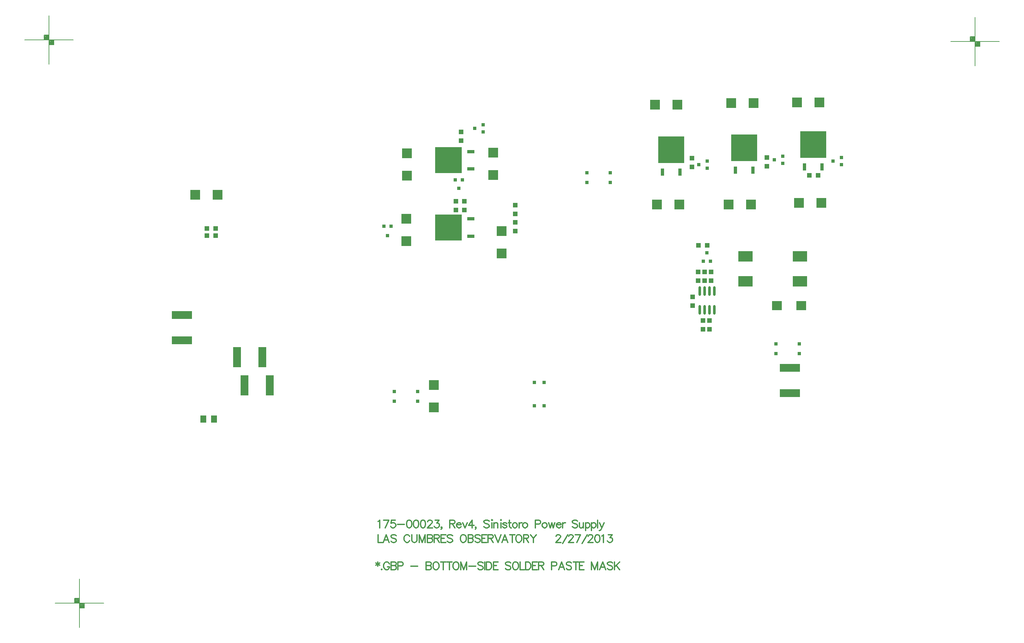
<source format=gbp>
%FSLAX23Y23*%
%MOIN*%
G70*
G01*
G75*
G04 Layer_Color=128*
%ADD10O,0.024X0.079*%
%ADD11R,0.050X0.050*%
%ADD12O,0.014X0.067*%
%ADD13R,0.059X0.039*%
%ADD14R,0.036X0.036*%
%ADD15R,0.209X0.079*%
%ADD16C,0.010*%
%ADD17C,0.025*%
%ADD18C,0.050*%
%ADD19C,0.020*%
%ADD20C,0.100*%
%ADD21C,0.007*%
%ADD22C,0.012*%
%ADD23C,0.008*%
%ADD24C,0.012*%
%ADD25C,0.012*%
%ADD26R,0.100X0.100*%
%ADD27C,0.100*%
%ADD28R,0.100X0.100*%
%ADD29C,0.020*%
%ADD30C,0.063*%
%ADD31R,0.063X0.063*%
%ADD32C,0.070*%
%ADD33C,0.110*%
%ADD34R,0.110X0.110*%
%ADD35C,0.079*%
%ADD36C,0.059*%
%ADD37C,0.080*%
%ADD38C,0.065*%
%ADD39R,0.059X0.059*%
%ADD40R,0.059X0.059*%
%ADD41C,0.120*%
%ADD42R,0.120X0.120*%
%ADD43R,0.079X0.079*%
%ADD44R,0.079X0.079*%
%ADD45C,0.197*%
%ADD46C,0.157*%
%ADD47C,0.024*%
%ADD48C,0.050*%
%ADD49C,0.040*%
%ADD50C,0.005*%
G04:AMPARAMS|DCode=51|XSize=120mil|YSize=120mil|CornerRadius=0mil|HoleSize=0mil|Usage=FLASHONLY|Rotation=0.000|XOffset=0mil|YOffset=0mil|HoleType=Round|Shape=Relief|Width=10mil|Gap=10mil|Entries=4|*
%AMTHD51*
7,0,0,0.120,0.100,0.010,45*
%
%ADD51THD51*%
%ADD52C,0.030*%
%ADD53C,0.059*%
%ADD54C,0.060*%
G04:AMPARAMS|DCode=55|XSize=100mil|YSize=100mil|CornerRadius=0mil|HoleSize=0mil|Usage=FLASHONLY|Rotation=0.000|XOffset=0mil|YOffset=0mil|HoleType=Round|Shape=Relief|Width=10mil|Gap=10mil|Entries=4|*
%AMTHD55*
7,0,0,0.100,0.080,0.010,45*
%
%ADD55THD55*%
%ADD56C,0.091*%
%ADD57C,0.067*%
%ADD58C,0.170*%
%ADD59C,0.072*%
G04:AMPARAMS|DCode=60|XSize=112mil|YSize=112mil|CornerRadius=0mil|HoleSize=0mil|Usage=FLASHONLY|Rotation=0.000|XOffset=0mil|YOffset=0mil|HoleType=Round|Shape=Relief|Width=10mil|Gap=10mil|Entries=4|*
%AMTHD60*
7,0,0,0.112,0.092,0.010,45*
%
%ADD60THD60*%
%ADD61C,0.059*%
%ADD62C,0.055*%
G04:AMPARAMS|DCode=63|XSize=95.433mil|YSize=95.433mil|CornerRadius=0mil|HoleSize=0mil|Usage=FLASHONLY|Rotation=0.000|XOffset=0mil|YOffset=0mil|HoleType=Round|Shape=Relief|Width=10mil|Gap=10mil|Entries=4|*
%AMTHD63*
7,0,0,0.095,0.075,0.010,45*
%
%ADD63THD63*%
%ADD64C,0.090*%
G04:AMPARAMS|DCode=65|XSize=107.244mil|YSize=107.244mil|CornerRadius=0mil|HoleSize=0mil|Usage=FLASHONLY|Rotation=0.000|XOffset=0mil|YOffset=0mil|HoleType=Round|Shape=Relief|Width=10mil|Gap=10mil|Entries=4|*
%AMTHD65*
7,0,0,0.107,0.087,0.010,45*
%
%ADD65THD65*%
%ADD66C,0.145*%
%ADD67C,0.186*%
G04:AMPARAMS|DCode=68|XSize=70mil|YSize=70mil|CornerRadius=0mil|HoleSize=0mil|Usage=FLASHONLY|Rotation=0.000|XOffset=0mil|YOffset=0mil|HoleType=Round|Shape=Relief|Width=10mil|Gap=10mil|Entries=4|*
%AMTHD68*
7,0,0,0.070,0.050,0.010,45*
%
%ADD68THD68*%
%ADD69C,0.048*%
G04:AMPARAMS|DCode=70|XSize=88mil|YSize=88mil|CornerRadius=0mil|HoleSize=0mil|Usage=FLASHONLY|Rotation=0.000|XOffset=0mil|YOffset=0mil|HoleType=Round|Shape=Relief|Width=10mil|Gap=10mil|Entries=4|*
%AMTHD70*
7,0,0,0.088,0.068,0.010,45*
%
%ADD70THD70*%
%ADD71C,0.008*%
G04:AMPARAMS|DCode=72|XSize=99.37mil|YSize=99.37mil|CornerRadius=0mil|HoleSize=0mil|Usage=FLASHONLY|Rotation=0.000|XOffset=0mil|YOffset=0mil|HoleType=Round|Shape=Relief|Width=10mil|Gap=10mil|Entries=4|*
%AMTHD72*
7,0,0,0.099,0.079,0.010,45*
%
%ADD72THD72*%
%ADD73R,0.268X0.272*%
%ADD74R,0.037X0.075*%
%ADD75R,0.035X0.037*%
%ADD76R,0.035X0.037*%
%ADD77R,0.102X0.094*%
%ADD78R,0.063X0.075*%
%ADD79O,0.028X0.098*%
%ADD80R,0.036X0.032*%
%ADD81R,0.150X0.106*%
%ADD82R,0.050X0.050*%
%ADD83R,0.036X0.036*%
%ADD84R,0.272X0.268*%
%ADD85R,0.075X0.037*%
%ADD86R,0.032X0.036*%
%ADD87R,0.079X0.209*%
%ADD88C,0.010*%
%ADD89C,0.010*%
%ADD90C,0.024*%
%ADD91C,0.020*%
%ADD92C,0.030*%
%ADD93C,0.015*%
%ADD94C,0.007*%
%ADD95C,0.006*%
%ADD96C,0.012*%
%ADD97C,0.006*%
%ADD98R,0.043X0.008*%
%ADD99R,0.257X0.184*%
%ADD100O,0.028X0.083*%
%ADD101R,0.054X0.054*%
%ADD102O,0.018X0.071*%
%ADD103R,0.063X0.043*%
%ADD104R,0.040X0.040*%
%ADD105R,0.213X0.083*%
%ADD106R,0.104X0.104*%
%ADD107C,0.104*%
%ADD108R,0.104X0.104*%
%ADD109C,0.067*%
%ADD110R,0.067X0.067*%
%ADD111C,0.074*%
%ADD112C,0.114*%
%ADD113R,0.114X0.114*%
%ADD114C,0.083*%
%ADD115C,0.063*%
%ADD116C,0.084*%
%ADD117C,0.069*%
%ADD118R,0.063X0.063*%
%ADD119R,0.063X0.063*%
%ADD120C,0.124*%
%ADD121R,0.124X0.124*%
%ADD122R,0.083X0.083*%
%ADD123R,0.083X0.083*%
%ADD124C,0.190*%
%ADD125C,0.161*%
%ADD126C,0.028*%
%ADD127C,0.054*%
%ADD128R,0.332X0.120*%
%ADD129R,1.912X0.311*%
%ADD130R,0.272X0.276*%
%ADD131R,0.041X0.079*%
%ADD132R,0.039X0.041*%
%ADD133R,0.039X0.041*%
%ADD134R,0.106X0.098*%
%ADD135R,0.067X0.079*%
%ADD136O,0.032X0.102*%
%ADD137R,0.040X0.036*%
%ADD138R,0.154X0.110*%
%ADD139R,0.054X0.054*%
%ADD140R,0.040X0.040*%
%ADD141R,0.276X0.272*%
%ADD142R,0.079X0.041*%
%ADD143R,0.036X0.040*%
%ADD144R,0.083X0.213*%
D11*
X21370Y18170D02*
D03*
Y18080D02*
D03*
X20847Y18208D02*
D03*
Y18118D02*
D03*
X21369Y17992D02*
D03*
Y17902D02*
D03*
X20759Y18119D02*
D03*
Y18209D02*
D03*
X23250Y17392D02*
D03*
Y17482D02*
D03*
X23383Y17481D02*
D03*
Y17391D02*
D03*
X20813Y18833D02*
D03*
Y18923D02*
D03*
X23956Y18568D02*
D03*
Y18658D02*
D03*
X23185Y18561D02*
D03*
Y18651D02*
D03*
X23191Y17225D02*
D03*
Y17135D02*
D03*
X23316Y17392D02*
D03*
Y17482D02*
D03*
X23300Y16981D02*
D03*
Y16891D02*
D03*
X23367D02*
D03*
Y16981D02*
D03*
D14*
X24118Y18672D02*
D03*
X24032Y18635D02*
D03*
X24118Y18598D02*
D03*
X23342Y18548D02*
D03*
X23256Y18585D02*
D03*
X23342Y18622D02*
D03*
X21038Y18923D02*
D03*
X20952Y18960D02*
D03*
X21038Y18997D02*
D03*
X24723Y18659D02*
D03*
X24637Y18622D02*
D03*
X24723Y18585D02*
D03*
D15*
X24191Y16497D02*
D03*
Y16237D02*
D03*
X17943Y17038D02*
D03*
Y16778D02*
D03*
D23*
X26066Y19877D02*
X26076D01*
X26066Y19872D02*
Y19882D01*
Y19872D02*
X26076D01*
Y19882D01*
X26066D02*
X26076D01*
X26061Y19867D02*
Y19882D01*
Y19867D02*
X26081D01*
Y19887D01*
X26061D02*
X26081D01*
X26056Y19862D02*
Y19887D01*
Y19862D02*
X26086D01*
Y19892D01*
X26056D02*
X26086D01*
X26051Y19857D02*
Y19897D01*
Y19857D02*
X26091D01*
Y19897D01*
X26051D02*
X26091D01*
X26116Y19827D02*
X26126D01*
X26116Y19822D02*
Y19832D01*
Y19822D02*
X26126D01*
Y19832D01*
X26116D02*
X26126D01*
X26111Y19817D02*
Y19832D01*
Y19817D02*
X26131D01*
Y19837D01*
X26111D02*
X26131D01*
X26106Y19812D02*
Y19837D01*
Y19812D02*
X26136D01*
Y19842D01*
X26106D02*
X26136D01*
X26101Y19807D02*
Y19847D01*
Y19807D02*
X26141D01*
Y19847D01*
X26101D02*
X26141D01*
X26096Y19802D02*
X26146D01*
Y19852D01*
X26046Y19902D02*
X26096D01*
X26046Y19852D02*
Y19902D01*
X26096Y19602D02*
Y20102D01*
X25846Y19852D02*
X26346D01*
X16547Y19893D02*
X16557D01*
X16547Y19888D02*
Y19898D01*
Y19888D02*
X16557D01*
Y19898D01*
X16547D02*
X16557D01*
X16542Y19883D02*
Y19898D01*
Y19883D02*
X16562D01*
Y19903D01*
X16542D02*
X16562D01*
X16537Y19878D02*
Y19903D01*
Y19878D02*
X16567D01*
Y19908D01*
X16537D02*
X16567D01*
X16532Y19873D02*
Y19913D01*
Y19873D02*
X16572D01*
Y19913D01*
X16532D02*
X16572D01*
X16597Y19843D02*
X16607D01*
X16597Y19838D02*
Y19848D01*
Y19838D02*
X16607D01*
Y19848D01*
X16597D02*
X16607D01*
X16592Y19833D02*
Y19848D01*
Y19833D02*
X16612D01*
Y19853D01*
X16592D02*
X16612D01*
X16587Y19828D02*
Y19853D01*
Y19828D02*
X16617D01*
Y19858D01*
X16587D02*
X16617D01*
X16582Y19823D02*
Y19863D01*
Y19823D02*
X16622D01*
Y19863D01*
X16582D02*
X16622D01*
X16577Y19818D02*
X16627D01*
Y19868D01*
X16527Y19918D02*
X16577D01*
X16527Y19868D02*
Y19918D01*
X16577Y19618D02*
Y20118D01*
X16327Y19868D02*
X16827D01*
X16860Y14102D02*
X16870D01*
X16860Y14097D02*
Y14107D01*
Y14097D02*
X16870D01*
Y14107D01*
X16860D02*
X16870D01*
X16855Y14092D02*
Y14107D01*
Y14092D02*
X16875D01*
Y14112D01*
X16855D02*
X16875D01*
X16850Y14087D02*
Y14112D01*
Y14087D02*
X16880D01*
Y14117D01*
X16850D02*
X16880D01*
X16845Y14082D02*
Y14122D01*
Y14082D02*
X16885D01*
Y14122D01*
X16845D02*
X16885D01*
X16910Y14052D02*
X16920D01*
X16910Y14047D02*
Y14057D01*
Y14047D02*
X16920D01*
Y14057D01*
X16910D02*
X16920D01*
X16905Y14042D02*
Y14057D01*
Y14042D02*
X16925D01*
Y14062D01*
X16905D02*
X16925D01*
X16900Y14037D02*
Y14062D01*
Y14037D02*
X16930D01*
Y14067D01*
X16900D02*
X16930D01*
X16895Y14032D02*
Y14072D01*
Y14032D02*
X16935D01*
Y14072D01*
X16895D02*
X16935D01*
X16890Y14027D02*
X16940D01*
Y14077D01*
X16840Y14127D02*
X16890D01*
X16840Y14077D02*
Y14127D01*
X16890Y13827D02*
Y14327D01*
X16640Y14077D02*
X17140D01*
D24*
X19958Y14780D02*
Y14700D01*
X20004D01*
X20073D02*
X20043Y14780D01*
X20013Y14700D01*
X20024Y14727D02*
X20062D01*
X20145Y14769D02*
X20138Y14776D01*
X20126Y14780D01*
X20111D01*
X20100Y14776D01*
X20092Y14769D01*
Y14761D01*
X20096Y14753D01*
X20100Y14750D01*
X20107Y14746D01*
X20130Y14738D01*
X20138Y14734D01*
X20142Y14731D01*
X20145Y14723D01*
Y14711D01*
X20138Y14704D01*
X20126Y14700D01*
X20111D01*
X20100Y14704D01*
X20092Y14711D01*
X20283Y14761D02*
X20280Y14769D01*
X20272Y14776D01*
X20264Y14780D01*
X20249D01*
X20241Y14776D01*
X20234Y14769D01*
X20230Y14761D01*
X20226Y14750D01*
Y14731D01*
X20230Y14719D01*
X20234Y14711D01*
X20241Y14704D01*
X20249Y14700D01*
X20264D01*
X20272Y14704D01*
X20280Y14711D01*
X20283Y14719D01*
X20306Y14780D02*
Y14723D01*
X20310Y14711D01*
X20317Y14704D01*
X20329Y14700D01*
X20336D01*
X20348Y14704D01*
X20355Y14711D01*
X20359Y14723D01*
Y14780D01*
X20381D02*
Y14700D01*
Y14780D02*
X20412Y14700D01*
X20442Y14780D02*
X20412Y14700D01*
X20442Y14780D02*
Y14700D01*
X20465Y14780D02*
Y14700D01*
Y14780D02*
X20499D01*
X20511Y14776D01*
X20515Y14772D01*
X20518Y14765D01*
Y14757D01*
X20515Y14750D01*
X20511Y14746D01*
X20499Y14742D01*
X20465D02*
X20499D01*
X20511Y14738D01*
X20515Y14734D01*
X20518Y14727D01*
Y14715D01*
X20515Y14708D01*
X20511Y14704D01*
X20499Y14700D01*
X20465D01*
X20536Y14780D02*
Y14700D01*
Y14780D02*
X20570D01*
X20582Y14776D01*
X20586Y14772D01*
X20590Y14765D01*
Y14757D01*
X20586Y14750D01*
X20582Y14746D01*
X20570Y14742D01*
X20536D01*
X20563D02*
X20590Y14700D01*
X20657Y14780D02*
X20607D01*
Y14700D01*
X20657D01*
X20607Y14742D02*
X20638D01*
X20724Y14769D02*
X20716Y14776D01*
X20705Y14780D01*
X20689D01*
X20678Y14776D01*
X20670Y14769D01*
Y14761D01*
X20674Y14753D01*
X20678Y14750D01*
X20686Y14746D01*
X20708Y14738D01*
X20716Y14734D01*
X20720Y14731D01*
X20724Y14723D01*
Y14711D01*
X20716Y14704D01*
X20705Y14700D01*
X20689D01*
X20678Y14704D01*
X20670Y14711D01*
X20827Y14780D02*
X20820Y14776D01*
X20812Y14769D01*
X20808Y14761D01*
X20804Y14750D01*
Y14731D01*
X20808Y14719D01*
X20812Y14711D01*
X20820Y14704D01*
X20827Y14700D01*
X20842D01*
X20850Y14704D01*
X20858Y14711D01*
X20861Y14719D01*
X20865Y14731D01*
Y14750D01*
X20861Y14761D01*
X20858Y14769D01*
X20850Y14776D01*
X20842Y14780D01*
X20827D01*
X20884D02*
Y14700D01*
Y14780D02*
X20918D01*
X20930Y14776D01*
X20933Y14772D01*
X20937Y14765D01*
Y14757D01*
X20933Y14750D01*
X20930Y14746D01*
X20918Y14742D01*
X20884D02*
X20918D01*
X20930Y14738D01*
X20933Y14734D01*
X20937Y14727D01*
Y14715D01*
X20933Y14708D01*
X20930Y14704D01*
X20918Y14700D01*
X20884D01*
X21008Y14769D02*
X21001Y14776D01*
X20989Y14780D01*
X20974D01*
X20963Y14776D01*
X20955Y14769D01*
Y14761D01*
X20959Y14753D01*
X20963Y14750D01*
X20970Y14746D01*
X20993Y14738D01*
X21001Y14734D01*
X21005Y14731D01*
X21008Y14723D01*
Y14711D01*
X21001Y14704D01*
X20989Y14700D01*
X20974D01*
X20963Y14704D01*
X20955Y14711D01*
X21076Y14780D02*
X21026D01*
Y14700D01*
X21076D01*
X21026Y14742D02*
X21057D01*
X21089Y14780D02*
Y14700D01*
Y14780D02*
X21124D01*
X21135Y14776D01*
X21139Y14772D01*
X21143Y14765D01*
Y14757D01*
X21139Y14750D01*
X21135Y14746D01*
X21124Y14742D01*
X21089D01*
X21116D02*
X21143Y14700D01*
X21160Y14780D02*
X21191Y14700D01*
X21221Y14780D02*
X21191Y14700D01*
X21293D02*
X21262Y14780D01*
X21232Y14700D01*
X21243Y14727D02*
X21281D01*
X21338Y14780D02*
Y14700D01*
X21311Y14780D02*
X21365D01*
X21397D02*
X21389Y14776D01*
X21382Y14769D01*
X21378Y14761D01*
X21374Y14750D01*
Y14731D01*
X21378Y14719D01*
X21382Y14711D01*
X21389Y14704D01*
X21397Y14700D01*
X21412D01*
X21420Y14704D01*
X21427Y14711D01*
X21431Y14719D01*
X21435Y14731D01*
Y14750D01*
X21431Y14761D01*
X21427Y14769D01*
X21420Y14776D01*
X21412Y14780D01*
X21397D01*
X21454D02*
Y14700D01*
Y14780D02*
X21488D01*
X21499Y14776D01*
X21503Y14772D01*
X21507Y14765D01*
Y14757D01*
X21503Y14750D01*
X21499Y14746D01*
X21488Y14742D01*
X21454D01*
X21480D02*
X21507Y14700D01*
X21525Y14780D02*
X21555Y14742D01*
Y14700D01*
X21586Y14780D02*
X21555Y14742D01*
X21789Y14761D02*
Y14765D01*
X21792Y14772D01*
X21796Y14776D01*
X21804Y14780D01*
X21819D01*
X21827Y14776D01*
X21830Y14772D01*
X21834Y14765D01*
Y14757D01*
X21830Y14750D01*
X21823Y14738D01*
X21785Y14700D01*
X21838D01*
X21856Y14689D02*
X21909Y14780D01*
X21918Y14761D02*
Y14765D01*
X21922Y14772D01*
X21926Y14776D01*
X21934Y14780D01*
X21949D01*
X21956Y14776D01*
X21960Y14772D01*
X21964Y14765D01*
Y14757D01*
X21960Y14750D01*
X21953Y14738D01*
X21915Y14700D01*
X21968D01*
X22039Y14780D02*
X22001Y14700D01*
X21986Y14780D02*
X22039D01*
X22057Y14689D02*
X22110Y14780D01*
X22119Y14761D02*
Y14765D01*
X22123Y14772D01*
X22127Y14776D01*
X22135Y14780D01*
X22150D01*
X22158Y14776D01*
X22161Y14772D01*
X22165Y14765D01*
Y14757D01*
X22161Y14750D01*
X22154Y14738D01*
X22116Y14700D01*
X22169D01*
X22210Y14780D02*
X22198Y14776D01*
X22191Y14765D01*
X22187Y14746D01*
Y14734D01*
X22191Y14715D01*
X22198Y14704D01*
X22210Y14700D01*
X22217D01*
X22229Y14704D01*
X22236Y14715D01*
X22240Y14734D01*
Y14746D01*
X22236Y14765D01*
X22229Y14776D01*
X22217Y14780D01*
X22210D01*
X22258Y14765D02*
X22266Y14769D01*
X22277Y14780D01*
Y14700D01*
X22324Y14780D02*
X22366D01*
X22343Y14750D01*
X22355D01*
X22362Y14746D01*
X22366Y14742D01*
X22370Y14731D01*
Y14723D01*
X22366Y14711D01*
X22359Y14704D01*
X22347Y14700D01*
X22336D01*
X22324Y14704D01*
X22321Y14708D01*
X22317Y14715D01*
D25*
X19956Y14499D02*
Y14454D01*
X19937Y14488D02*
X19975Y14465D01*
Y14488D02*
X19937Y14465D01*
X19995Y14427D02*
X19991Y14423D01*
X19995Y14419D01*
X19999Y14423D01*
X19995Y14427D01*
X20074Y14480D02*
X20070Y14488D01*
X20062Y14496D01*
X20055Y14499D01*
X20039D01*
X20032Y14496D01*
X20024Y14488D01*
X20020Y14480D01*
X20017Y14469D01*
Y14450D01*
X20020Y14439D01*
X20024Y14431D01*
X20032Y14423D01*
X20039Y14419D01*
X20055D01*
X20062Y14423D01*
X20070Y14431D01*
X20074Y14439D01*
Y14450D01*
X20055D02*
X20074D01*
X20092Y14499D02*
Y14419D01*
Y14499D02*
X20126D01*
X20138Y14496D01*
X20142Y14492D01*
X20145Y14484D01*
Y14477D01*
X20142Y14469D01*
X20138Y14465D01*
X20126Y14461D01*
X20092D02*
X20126D01*
X20138Y14458D01*
X20142Y14454D01*
X20145Y14446D01*
Y14435D01*
X20142Y14427D01*
X20138Y14423D01*
X20126Y14419D01*
X20092D01*
X20163Y14458D02*
X20198D01*
X20209Y14461D01*
X20213Y14465D01*
X20217Y14473D01*
Y14484D01*
X20213Y14492D01*
X20209Y14496D01*
X20198Y14499D01*
X20163D01*
Y14419D01*
X20297Y14454D02*
X20366D01*
X20452Y14499D02*
Y14419D01*
Y14499D02*
X20487D01*
X20498Y14496D01*
X20502Y14492D01*
X20506Y14484D01*
Y14477D01*
X20502Y14469D01*
X20498Y14465D01*
X20487Y14461D01*
X20452D02*
X20487D01*
X20498Y14458D01*
X20502Y14454D01*
X20506Y14446D01*
Y14435D01*
X20502Y14427D01*
X20498Y14423D01*
X20487Y14419D01*
X20452D01*
X20546Y14499D02*
X20539Y14496D01*
X20531Y14488D01*
X20527Y14480D01*
X20524Y14469D01*
Y14450D01*
X20527Y14439D01*
X20531Y14431D01*
X20539Y14423D01*
X20546Y14419D01*
X20562D01*
X20569Y14423D01*
X20577Y14431D01*
X20581Y14439D01*
X20584Y14450D01*
Y14469D01*
X20581Y14480D01*
X20577Y14488D01*
X20569Y14496D01*
X20562Y14499D01*
X20546D01*
X20630D02*
Y14419D01*
X20603Y14499D02*
X20656D01*
X20693D02*
Y14419D01*
X20666Y14499D02*
X20719D01*
X20752D02*
X20744Y14496D01*
X20736Y14488D01*
X20733Y14480D01*
X20729Y14469D01*
Y14450D01*
X20733Y14439D01*
X20736Y14431D01*
X20744Y14423D01*
X20752Y14419D01*
X20767D01*
X20775Y14423D01*
X20782Y14431D01*
X20786Y14439D01*
X20790Y14450D01*
Y14469D01*
X20786Y14480D01*
X20782Y14488D01*
X20775Y14496D01*
X20767Y14499D01*
X20752D01*
X20808D02*
Y14419D01*
Y14499D02*
X20839Y14419D01*
X20869Y14499D02*
X20839Y14419D01*
X20869Y14499D02*
Y14419D01*
X20892Y14454D02*
X20961D01*
X21038Y14488D02*
X21030Y14496D01*
X21019Y14499D01*
X21003D01*
X20992Y14496D01*
X20984Y14488D01*
Y14480D01*
X20988Y14473D01*
X20992Y14469D01*
X21000Y14465D01*
X21022Y14458D01*
X21030Y14454D01*
X21034Y14450D01*
X21038Y14442D01*
Y14431D01*
X21030Y14423D01*
X21019Y14419D01*
X21003D01*
X20992Y14423D01*
X20984Y14431D01*
X21056Y14499D02*
Y14419D01*
X21072Y14499D02*
Y14419D01*
Y14499D02*
X21099D01*
X21110Y14496D01*
X21118Y14488D01*
X21122Y14480D01*
X21126Y14469D01*
Y14450D01*
X21122Y14439D01*
X21118Y14431D01*
X21110Y14423D01*
X21099Y14419D01*
X21072D01*
X21193Y14499D02*
X21144D01*
Y14419D01*
X21193D01*
X21144Y14461D02*
X21174D01*
X21323Y14488D02*
X21315Y14496D01*
X21304Y14499D01*
X21288D01*
X21277Y14496D01*
X21269Y14488D01*
Y14480D01*
X21273Y14473D01*
X21277Y14469D01*
X21285Y14465D01*
X21307Y14458D01*
X21315Y14454D01*
X21319Y14450D01*
X21323Y14442D01*
Y14431D01*
X21315Y14423D01*
X21304Y14419D01*
X21288D01*
X21277Y14423D01*
X21269Y14431D01*
X21363Y14499D02*
X21356Y14496D01*
X21348Y14488D01*
X21344Y14480D01*
X21341Y14469D01*
Y14450D01*
X21344Y14439D01*
X21348Y14431D01*
X21356Y14423D01*
X21363Y14419D01*
X21379D01*
X21386Y14423D01*
X21394Y14431D01*
X21398Y14439D01*
X21401Y14450D01*
Y14469D01*
X21398Y14480D01*
X21394Y14488D01*
X21386Y14496D01*
X21379Y14499D01*
X21363D01*
X21420D02*
Y14419D01*
X21466D01*
X21475Y14499D02*
Y14419D01*
Y14499D02*
X21501D01*
X21513Y14496D01*
X21520Y14488D01*
X21524Y14480D01*
X21528Y14469D01*
Y14450D01*
X21524Y14439D01*
X21520Y14431D01*
X21513Y14423D01*
X21501Y14419D01*
X21475D01*
X21595Y14499D02*
X21546D01*
Y14419D01*
X21595D01*
X21546Y14461D02*
X21576D01*
X21609Y14499D02*
Y14419D01*
Y14499D02*
X21643D01*
X21654Y14496D01*
X21658Y14492D01*
X21662Y14484D01*
Y14477D01*
X21658Y14469D01*
X21654Y14465D01*
X21643Y14461D01*
X21609D01*
X21635D02*
X21662Y14419D01*
X21743Y14458D02*
X21777D01*
X21788Y14461D01*
X21792Y14465D01*
X21796Y14473D01*
Y14484D01*
X21792Y14492D01*
X21788Y14496D01*
X21777Y14499D01*
X21743D01*
Y14419D01*
X21875D02*
X21844Y14499D01*
X21814Y14419D01*
X21825Y14446D02*
X21863D01*
X21947Y14488D02*
X21939Y14496D01*
X21928Y14499D01*
X21913D01*
X21901Y14496D01*
X21894Y14488D01*
Y14480D01*
X21897Y14473D01*
X21901Y14469D01*
X21909Y14465D01*
X21932Y14458D01*
X21939Y14454D01*
X21943Y14450D01*
X21947Y14442D01*
Y14431D01*
X21939Y14423D01*
X21928Y14419D01*
X21913D01*
X21901Y14423D01*
X21894Y14431D01*
X21991Y14499D02*
Y14419D01*
X21965Y14499D02*
X22018D01*
X22077D02*
X22028D01*
Y14419D01*
X22077D01*
X22028Y14461D02*
X22058D01*
X22153Y14499D02*
Y14419D01*
Y14499D02*
X22184Y14419D01*
X22214Y14499D02*
X22184Y14419D01*
X22214Y14499D02*
Y14419D01*
X22298D02*
X22268Y14499D01*
X22237Y14419D01*
X22249Y14446D02*
X22287D01*
X22370Y14488D02*
X22362Y14496D01*
X22351Y14499D01*
X22336D01*
X22324Y14496D01*
X22317Y14488D01*
Y14480D01*
X22321Y14473D01*
X22324Y14469D01*
X22332Y14465D01*
X22355Y14458D01*
X22362Y14454D01*
X22366Y14450D01*
X22370Y14442D01*
Y14431D01*
X22362Y14423D01*
X22351Y14419D01*
X22336D01*
X22324Y14423D01*
X22317Y14431D01*
X22388Y14499D02*
Y14419D01*
X22441Y14499D02*
X22388Y14446D01*
X22407Y14465D02*
X22441Y14419D01*
X19958Y14915D02*
X19966Y14919D01*
X19977Y14930D01*
Y14850D01*
X20070Y14930D02*
X20032Y14850D01*
X20017Y14930D02*
X20070D01*
X20134D02*
X20096D01*
X20092Y14896D01*
X20096Y14900D01*
X20107Y14903D01*
X20118D01*
X20130Y14900D01*
X20137Y14892D01*
X20141Y14881D01*
Y14873D01*
X20137Y14861D01*
X20130Y14854D01*
X20118Y14850D01*
X20107D01*
X20096Y14854D01*
X20092Y14858D01*
X20088Y14865D01*
X20159Y14884D02*
X20228D01*
X20274Y14930D02*
X20263Y14926D01*
X20255Y14915D01*
X20251Y14896D01*
Y14884D01*
X20255Y14865D01*
X20263Y14854D01*
X20274Y14850D01*
X20282D01*
X20293Y14854D01*
X20301Y14865D01*
X20305Y14884D01*
Y14896D01*
X20301Y14915D01*
X20293Y14926D01*
X20282Y14930D01*
X20274D01*
X20345D02*
X20334Y14926D01*
X20326Y14915D01*
X20323Y14896D01*
Y14884D01*
X20326Y14865D01*
X20334Y14854D01*
X20345Y14850D01*
X20353D01*
X20364Y14854D01*
X20372Y14865D01*
X20376Y14884D01*
Y14896D01*
X20372Y14915D01*
X20364Y14926D01*
X20353Y14930D01*
X20345D01*
X20417D02*
X20405Y14926D01*
X20398Y14915D01*
X20394Y14896D01*
Y14884D01*
X20398Y14865D01*
X20405Y14854D01*
X20417Y14850D01*
X20424D01*
X20436Y14854D01*
X20443Y14865D01*
X20447Y14884D01*
Y14896D01*
X20443Y14915D01*
X20436Y14926D01*
X20424Y14930D01*
X20417D01*
X20469Y14911D02*
Y14915D01*
X20473Y14922D01*
X20476Y14926D01*
X20484Y14930D01*
X20499D01*
X20507Y14926D01*
X20511Y14922D01*
X20515Y14915D01*
Y14907D01*
X20511Y14900D01*
X20503Y14888D01*
X20465Y14850D01*
X20518D01*
X20544Y14930D02*
X20586D01*
X20563Y14900D01*
X20574D01*
X20582Y14896D01*
X20586Y14892D01*
X20590Y14881D01*
Y14873D01*
X20586Y14861D01*
X20578Y14854D01*
X20567Y14850D01*
X20555D01*
X20544Y14854D01*
X20540Y14858D01*
X20536Y14865D01*
X20615Y14854D02*
X20611Y14850D01*
X20607Y14854D01*
X20611Y14858D01*
X20615Y14854D01*
Y14846D01*
X20611Y14839D01*
X20607Y14835D01*
X20695Y14930D02*
Y14850D01*
Y14930D02*
X20730D01*
X20741Y14926D01*
X20745Y14922D01*
X20749Y14915D01*
Y14907D01*
X20745Y14900D01*
X20741Y14896D01*
X20730Y14892D01*
X20695D01*
X20722D02*
X20749Y14850D01*
X20767Y14881D02*
X20812D01*
Y14888D01*
X20809Y14896D01*
X20805Y14900D01*
X20797Y14903D01*
X20786D01*
X20778Y14900D01*
X20770Y14892D01*
X20767Y14881D01*
Y14873D01*
X20770Y14861D01*
X20778Y14854D01*
X20786Y14850D01*
X20797D01*
X20805Y14854D01*
X20812Y14861D01*
X20829Y14903D02*
X20852Y14850D01*
X20875Y14903D02*
X20852Y14850D01*
X20926Y14930D02*
X20888Y14877D01*
X20945D01*
X20926Y14930D02*
Y14850D01*
X20967Y14854D02*
X20963Y14850D01*
X20959Y14854D01*
X20963Y14858D01*
X20967Y14854D01*
Y14846D01*
X20963Y14839D01*
X20959Y14835D01*
X21101Y14919D02*
X21093Y14926D01*
X21082Y14930D01*
X21066D01*
X21055Y14926D01*
X21047Y14919D01*
Y14911D01*
X21051Y14903D01*
X21055Y14900D01*
X21063Y14896D01*
X21085Y14888D01*
X21093Y14884D01*
X21097Y14881D01*
X21101Y14873D01*
Y14861D01*
X21093Y14854D01*
X21082Y14850D01*
X21066D01*
X21055Y14854D01*
X21047Y14861D01*
X21126Y14930D02*
X21130Y14926D01*
X21134Y14930D01*
X21130Y14934D01*
X21126Y14930D01*
X21130Y14903D02*
Y14850D01*
X21148Y14903D02*
Y14850D01*
Y14888D02*
X21159Y14900D01*
X21167Y14903D01*
X21178D01*
X21186Y14900D01*
X21190Y14888D01*
Y14850D01*
X21218Y14930D02*
X21222Y14926D01*
X21226Y14930D01*
X21222Y14934D01*
X21218Y14930D01*
X21222Y14903D02*
Y14850D01*
X21282Y14892D02*
X21278Y14900D01*
X21267Y14903D01*
X21255D01*
X21244Y14900D01*
X21240Y14892D01*
X21244Y14884D01*
X21251Y14881D01*
X21271Y14877D01*
X21278Y14873D01*
X21282Y14865D01*
Y14861D01*
X21278Y14854D01*
X21267Y14850D01*
X21255D01*
X21244Y14854D01*
X21240Y14861D01*
X21310Y14930D02*
Y14865D01*
X21314Y14854D01*
X21322Y14850D01*
X21329D01*
X21299Y14903D02*
X21325D01*
X21360D02*
X21352Y14900D01*
X21344Y14892D01*
X21341Y14881D01*
Y14873D01*
X21344Y14861D01*
X21352Y14854D01*
X21360Y14850D01*
X21371D01*
X21379Y14854D01*
X21386Y14861D01*
X21390Y14873D01*
Y14881D01*
X21386Y14892D01*
X21379Y14900D01*
X21371Y14903D01*
X21360D01*
X21408D02*
Y14850D01*
Y14881D02*
X21411Y14892D01*
X21419Y14900D01*
X21427Y14903D01*
X21438D01*
X21464D02*
X21457Y14900D01*
X21449Y14892D01*
X21445Y14881D01*
Y14873D01*
X21449Y14861D01*
X21457Y14854D01*
X21464Y14850D01*
X21476D01*
X21483Y14854D01*
X21491Y14861D01*
X21495Y14873D01*
Y14881D01*
X21491Y14892D01*
X21483Y14900D01*
X21476Y14903D01*
X21464D01*
X21575Y14888D02*
X21610D01*
X21621Y14892D01*
X21625Y14896D01*
X21629Y14903D01*
Y14915D01*
X21625Y14922D01*
X21621Y14926D01*
X21610Y14930D01*
X21575D01*
Y14850D01*
X21665Y14903D02*
X21658Y14900D01*
X21650Y14892D01*
X21646Y14881D01*
Y14873D01*
X21650Y14861D01*
X21658Y14854D01*
X21665Y14850D01*
X21677D01*
X21685Y14854D01*
X21692Y14861D01*
X21696Y14873D01*
Y14881D01*
X21692Y14892D01*
X21685Y14900D01*
X21677Y14903D01*
X21665D01*
X21713D02*
X21729Y14850D01*
X21744Y14903D02*
X21729Y14850D01*
X21744Y14903D02*
X21759Y14850D01*
X21774Y14903D02*
X21759Y14850D01*
X21793Y14881D02*
X21839D01*
Y14888D01*
X21835Y14896D01*
X21831Y14900D01*
X21824Y14903D01*
X21812D01*
X21805Y14900D01*
X21797Y14892D01*
X21793Y14881D01*
Y14873D01*
X21797Y14861D01*
X21805Y14854D01*
X21812Y14850D01*
X21824D01*
X21831Y14854D01*
X21839Y14861D01*
X21856Y14903D02*
Y14850D01*
Y14881D02*
X21860Y14892D01*
X21867Y14900D01*
X21875Y14903D01*
X21886D01*
X22010Y14919D02*
X22002Y14926D01*
X21991Y14930D01*
X21976D01*
X21964Y14926D01*
X21956Y14919D01*
Y14911D01*
X21960Y14903D01*
X21964Y14900D01*
X21972Y14896D01*
X21995Y14888D01*
X22002Y14884D01*
X22006Y14881D01*
X22010Y14873D01*
Y14861D01*
X22002Y14854D01*
X21991Y14850D01*
X21976D01*
X21964Y14854D01*
X21956Y14861D01*
X22028Y14903D02*
Y14865D01*
X22032Y14854D01*
X22039Y14850D01*
X22051D01*
X22058Y14854D01*
X22070Y14865D01*
Y14903D02*
Y14850D01*
X22091Y14903D02*
Y14823D01*
Y14892D02*
X22098Y14900D01*
X22106Y14903D01*
X22117D01*
X22125Y14900D01*
X22132Y14892D01*
X22136Y14881D01*
Y14873D01*
X22132Y14861D01*
X22125Y14854D01*
X22117Y14850D01*
X22106D01*
X22098Y14854D01*
X22091Y14861D01*
X22153Y14903D02*
Y14823D01*
Y14892D02*
X22161Y14900D01*
X22169Y14903D01*
X22180D01*
X22188Y14900D01*
X22195Y14892D01*
X22199Y14881D01*
Y14873D01*
X22195Y14861D01*
X22188Y14854D01*
X22180Y14850D01*
X22169D01*
X22161Y14854D01*
X22153Y14861D01*
X22216Y14930D02*
Y14850D01*
X22237Y14903D02*
X22260Y14850D01*
X22283Y14903D02*
X22260Y14850D01*
X22252Y14835D01*
X22244Y14827D01*
X22237Y14823D01*
X22233D01*
D26*
X24494Y19227D02*
D03*
X24264D02*
D03*
X18080Y18276D02*
D03*
X18310D02*
D03*
X24284Y18193D02*
D03*
X24514D02*
D03*
X23791Y18176D02*
D03*
X23561D02*
D03*
X23589Y19218D02*
D03*
X23819D02*
D03*
X23054Y18176D02*
D03*
X22824D02*
D03*
X22807Y19201D02*
D03*
X23037D02*
D03*
D28*
X20532Y16088D02*
D03*
Y16318D02*
D03*
X21229Y17671D02*
D03*
Y17901D02*
D03*
X20249Y17799D02*
D03*
Y18029D02*
D03*
X21142Y18478D02*
D03*
Y18708D02*
D03*
X20256Y18471D02*
D03*
Y18701D02*
D03*
D73*
X24433Y18792D02*
D03*
X23721Y18758D02*
D03*
X22973Y18738D02*
D03*
D74*
X24343Y18562D02*
D03*
X24523D02*
D03*
X23631Y18528D02*
D03*
X23811D02*
D03*
X22883Y18508D02*
D03*
X23063D02*
D03*
D75*
X20018Y17953D02*
D03*
X20055Y17855D02*
D03*
D76*
X20093Y17953D02*
D03*
D77*
X24310Y17135D02*
D03*
X24058D02*
D03*
D78*
X18162Y15968D02*
D03*
X18272D02*
D03*
D79*
X23416Y17092D02*
D03*
X23366D02*
D03*
X23316D02*
D03*
X23266D02*
D03*
X23416Y17285D02*
D03*
X23366D02*
D03*
X23316D02*
D03*
X23266D02*
D03*
D80*
X20366Y16151D02*
D03*
Y16251D02*
D03*
X20126D02*
D03*
X20126Y16151D02*
D03*
X24049Y16742D02*
D03*
Y16642D02*
D03*
X24289D02*
D03*
X24289Y16742D02*
D03*
X22104Y18501D02*
D03*
Y18401D02*
D03*
X22344D02*
D03*
X22344Y18501D02*
D03*
D81*
X23737Y17385D02*
D03*
Y17641D02*
D03*
X24297D02*
D03*
Y17385D02*
D03*
D82*
X18290Y17857D02*
D03*
X18200D02*
D03*
Y17929D02*
D03*
X18290D02*
D03*
X23343Y17755D02*
D03*
X23253D02*
D03*
X24392Y18476D02*
D03*
X24482D02*
D03*
D83*
X23303Y17592D02*
D03*
X23340Y17678D02*
D03*
X23377Y17592D02*
D03*
X20753Y18428D02*
D03*
X20790Y18342D02*
D03*
X20827Y18428D02*
D03*
D84*
X20682Y17938D02*
D03*
X20681Y18631D02*
D03*
D85*
X20912Y17849D02*
D03*
Y18028D02*
D03*
X20911Y18541D02*
D03*
Y18720D02*
D03*
D86*
X21666Y16347D02*
D03*
X21566D02*
D03*
Y16107D02*
D03*
X21666Y16107D02*
D03*
D87*
X18770Y16605D02*
D03*
X18510D02*
D03*
X18845Y16314D02*
D03*
X18585D02*
D03*
M02*

</source>
